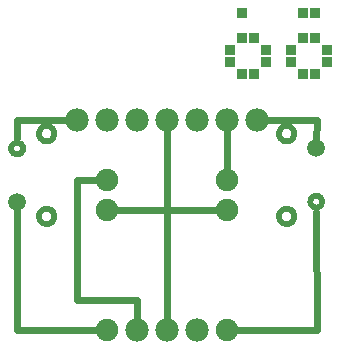
<source format=gtl>
G04 MADE WITH FRITZING*
G04 WWW.FRITZING.ORG*
G04 DOUBLE SIDED*
G04 HOLES PLATED*
G04 CONTOUR ON CENTER OF CONTOUR VECTOR*
%ASAXBY*%
%FSLAX23Y23*%
%MOIN*%
%OFA0B0*%
%SFA1.0B1.0*%
%ADD10C,0.078000*%
%ADD11C,0.059055*%
%ADD12C,0.075000*%
%ADD13R,0.032835X0.032835*%
%ADD14C,0.024000*%
%ADD15R,0.001000X0.001000*%
%LNCOPPER1*%
G90*
G70*
G54D10*
X690Y73D03*
X590Y73D03*
X490Y73D03*
G54D11*
X92Y500D03*
X1089Y678D03*
G54D12*
X390Y573D03*
X790Y573D03*
G54D10*
X890Y773D03*
X790Y773D03*
X690Y773D03*
X590Y773D03*
X490Y773D03*
X390Y773D03*
X290Y773D03*
G54D12*
X390Y473D03*
X390Y73D03*
X790Y473D03*
X790Y73D03*
G54D13*
X841Y1128D03*
X1044Y1128D03*
X1085Y1128D03*
X800Y965D03*
X800Y1006D03*
X841Y1047D03*
X882Y1047D03*
X922Y965D03*
X922Y1006D03*
X841Y925D03*
X882Y925D03*
X1004Y965D03*
X1004Y1006D03*
X1044Y1047D03*
X1085Y1047D03*
X1126Y965D03*
X1126Y1006D03*
X1044Y925D03*
X1085Y925D03*
G54D14*
X590Y474D02*
X590Y743D01*
D02*
X590Y474D02*
X590Y103D01*
D02*
X590Y474D02*
X762Y473D01*
D02*
X419Y473D02*
X590Y474D01*
D02*
X1090Y773D02*
X1089Y699D01*
D02*
X921Y773D02*
X1090Y773D01*
D02*
X1090Y73D02*
X819Y73D01*
D02*
X1089Y466D02*
X1090Y73D01*
D02*
X90Y73D02*
X362Y73D01*
D02*
X92Y479D02*
X90Y73D01*
D02*
X90Y773D02*
X260Y773D01*
D02*
X91Y712D02*
X90Y773D01*
D02*
X490Y173D02*
X291Y173D01*
D02*
X291Y173D02*
X291Y573D01*
D02*
X291Y573D02*
X362Y573D01*
D02*
X490Y103D02*
X490Y173D01*
D02*
X790Y602D02*
X790Y743D01*
G54D15*
X185Y762D02*
X195Y762D01*
X984Y762D02*
X995Y762D01*
X181Y761D02*
X199Y761D01*
X980Y761D02*
X999Y761D01*
X178Y760D02*
X202Y760D01*
X978Y760D02*
X1002Y760D01*
X175Y759D02*
X204Y759D01*
X975Y759D02*
X1004Y759D01*
X173Y758D02*
X206Y758D01*
X973Y758D02*
X1006Y758D01*
X172Y757D02*
X208Y757D01*
X972Y757D02*
X1008Y757D01*
X170Y756D02*
X210Y756D01*
X970Y756D02*
X1010Y756D01*
X169Y755D02*
X211Y755D01*
X969Y755D02*
X1011Y755D01*
X167Y754D02*
X212Y754D01*
X967Y754D02*
X1012Y754D01*
X166Y753D02*
X214Y753D01*
X966Y753D02*
X1014Y753D01*
X165Y752D02*
X215Y752D01*
X965Y752D02*
X1015Y752D01*
X164Y751D02*
X216Y751D01*
X964Y751D02*
X1015Y751D01*
X163Y750D02*
X216Y750D01*
X963Y750D02*
X1016Y750D01*
X163Y749D02*
X217Y749D01*
X963Y749D02*
X1017Y749D01*
X162Y748D02*
X218Y748D01*
X962Y748D02*
X1018Y748D01*
X161Y747D02*
X219Y747D01*
X961Y747D02*
X1019Y747D01*
X161Y746D02*
X219Y746D01*
X961Y746D02*
X1019Y746D01*
X160Y745D02*
X220Y745D01*
X960Y745D02*
X1020Y745D01*
X159Y744D02*
X220Y744D01*
X959Y744D02*
X1020Y744D01*
X159Y743D02*
X221Y743D01*
X959Y743D02*
X1021Y743D01*
X158Y742D02*
X184Y742D01*
X196Y742D02*
X221Y742D01*
X958Y742D02*
X984Y742D01*
X996Y742D02*
X1021Y742D01*
X158Y741D02*
X182Y741D01*
X198Y741D02*
X222Y741D01*
X958Y741D02*
X982Y741D01*
X998Y741D02*
X1022Y741D01*
X158Y740D02*
X180Y740D01*
X200Y740D02*
X222Y740D01*
X958Y740D02*
X980Y740D01*
X1000Y740D02*
X1022Y740D01*
X157Y739D02*
X179Y739D01*
X201Y739D02*
X223Y739D01*
X957Y739D02*
X979Y739D01*
X1001Y739D02*
X1023Y739D01*
X157Y738D02*
X178Y738D01*
X202Y738D02*
X223Y738D01*
X957Y738D02*
X978Y738D01*
X1002Y738D02*
X1023Y738D01*
X157Y737D02*
X177Y737D01*
X203Y737D02*
X223Y737D01*
X956Y737D02*
X977Y737D01*
X1003Y737D02*
X1023Y737D01*
X156Y736D02*
X176Y736D01*
X203Y736D02*
X224Y736D01*
X956Y736D02*
X976Y736D01*
X1003Y736D02*
X1023Y736D01*
X156Y735D02*
X176Y735D01*
X204Y735D02*
X224Y735D01*
X956Y735D02*
X976Y735D01*
X1004Y735D02*
X1024Y735D01*
X156Y734D02*
X175Y734D01*
X205Y734D02*
X224Y734D01*
X956Y734D02*
X975Y734D01*
X1005Y734D02*
X1024Y734D01*
X156Y733D02*
X175Y733D01*
X205Y733D02*
X224Y733D01*
X956Y733D02*
X975Y733D01*
X1005Y733D02*
X1024Y733D01*
X155Y732D02*
X174Y732D01*
X205Y732D02*
X224Y732D01*
X955Y732D02*
X974Y732D01*
X1005Y732D02*
X1024Y732D01*
X155Y731D02*
X174Y731D01*
X206Y731D02*
X225Y731D01*
X955Y731D02*
X974Y731D01*
X1006Y731D02*
X1025Y731D01*
X155Y730D02*
X174Y730D01*
X206Y730D02*
X225Y730D01*
X955Y730D02*
X974Y730D01*
X1006Y730D02*
X1025Y730D01*
X155Y729D02*
X174Y729D01*
X206Y729D02*
X225Y729D01*
X955Y729D02*
X974Y729D01*
X1006Y729D02*
X1025Y729D01*
X155Y728D02*
X174Y728D01*
X206Y728D02*
X225Y728D01*
X955Y728D02*
X974Y728D01*
X1006Y728D02*
X1025Y728D01*
X155Y727D02*
X174Y727D01*
X206Y727D02*
X225Y727D01*
X955Y727D02*
X974Y727D01*
X1006Y727D02*
X1025Y727D01*
X155Y726D02*
X174Y726D01*
X206Y726D02*
X225Y726D01*
X955Y726D02*
X974Y726D01*
X1006Y726D02*
X1025Y726D01*
X155Y725D02*
X174Y725D01*
X206Y725D02*
X225Y725D01*
X955Y725D02*
X974Y725D01*
X1006Y725D02*
X1025Y725D01*
X155Y724D02*
X174Y724D01*
X206Y724D02*
X225Y724D01*
X955Y724D02*
X974Y724D01*
X1006Y724D02*
X1025Y724D01*
X155Y723D02*
X174Y723D01*
X206Y723D02*
X225Y723D01*
X955Y723D02*
X974Y723D01*
X1006Y723D02*
X1024Y723D01*
X155Y722D02*
X174Y722D01*
X205Y722D02*
X224Y722D01*
X955Y722D02*
X974Y722D01*
X1005Y722D02*
X1024Y722D01*
X156Y721D02*
X175Y721D01*
X205Y721D02*
X224Y721D01*
X956Y721D02*
X975Y721D01*
X1005Y721D02*
X1024Y721D01*
X156Y720D02*
X175Y720D01*
X205Y720D02*
X224Y720D01*
X956Y720D02*
X975Y720D01*
X1004Y720D02*
X1024Y720D01*
X156Y719D02*
X176Y719D01*
X204Y719D02*
X224Y719D01*
X956Y719D02*
X976Y719D01*
X1004Y719D02*
X1024Y719D01*
X156Y718D02*
X177Y718D01*
X203Y718D02*
X223Y718D01*
X956Y718D02*
X977Y718D01*
X1003Y718D02*
X1023Y718D01*
X157Y717D02*
X177Y717D01*
X202Y717D02*
X223Y717D01*
X957Y717D02*
X977Y717D01*
X1002Y717D02*
X1023Y717D01*
X157Y716D02*
X178Y716D01*
X201Y716D02*
X223Y716D01*
X957Y716D02*
X978Y716D01*
X1001Y716D02*
X1023Y716D01*
X157Y715D02*
X179Y715D01*
X200Y715D02*
X222Y715D01*
X957Y715D02*
X979Y715D01*
X1000Y715D02*
X1022Y715D01*
X158Y714D02*
X181Y714D01*
X199Y714D02*
X222Y714D01*
X958Y714D02*
X981Y714D01*
X999Y714D02*
X1022Y714D01*
X158Y713D02*
X182Y713D01*
X198Y713D02*
X222Y713D01*
X958Y713D02*
X982Y713D01*
X997Y713D02*
X1022Y713D01*
X159Y712D02*
X185Y712D01*
X195Y712D02*
X221Y712D01*
X959Y712D02*
X985Y712D01*
X995Y712D02*
X1021Y712D01*
X159Y711D02*
X221Y711D01*
X959Y711D02*
X1021Y711D01*
X160Y710D02*
X220Y710D01*
X960Y710D02*
X1020Y710D01*
X160Y709D02*
X220Y709D01*
X960Y709D02*
X1020Y709D01*
X161Y708D02*
X219Y708D01*
X961Y708D02*
X1019Y708D01*
X87Y707D02*
X96Y707D01*
X161Y707D02*
X218Y707D01*
X961Y707D02*
X1018Y707D01*
X83Y706D02*
X100Y706D01*
X162Y706D02*
X218Y706D01*
X962Y706D02*
X1018Y706D01*
X81Y705D02*
X102Y705D01*
X163Y705D02*
X217Y705D01*
X963Y705D02*
X1017Y705D01*
X79Y704D02*
X104Y704D01*
X164Y704D02*
X216Y704D01*
X964Y704D02*
X1016Y704D01*
X77Y703D02*
X106Y703D01*
X165Y703D02*
X215Y703D01*
X965Y703D02*
X1015Y703D01*
X75Y702D02*
X108Y702D01*
X165Y702D02*
X214Y702D01*
X965Y702D02*
X1014Y702D01*
X74Y701D02*
X109Y701D01*
X167Y701D02*
X213Y701D01*
X967Y701D02*
X1013Y701D01*
X72Y700D02*
X111Y700D01*
X168Y700D02*
X212Y700D01*
X968Y700D02*
X1012Y700D01*
X71Y699D02*
X112Y699D01*
X169Y699D02*
X211Y699D01*
X969Y699D02*
X1011Y699D01*
X70Y698D02*
X113Y698D01*
X170Y698D02*
X209Y698D01*
X970Y698D02*
X1009Y698D01*
X70Y697D02*
X113Y697D01*
X172Y697D02*
X208Y697D01*
X972Y697D02*
X1008Y697D01*
X69Y696D02*
X114Y696D01*
X174Y696D02*
X206Y696D01*
X974Y696D02*
X1006Y696D01*
X68Y695D02*
X115Y695D01*
X176Y695D02*
X204Y695D01*
X976Y695D02*
X1004Y695D01*
X67Y694D02*
X116Y694D01*
X179Y694D02*
X201Y694D01*
X979Y694D02*
X1001Y694D01*
X67Y693D02*
X116Y693D01*
X182Y693D02*
X198Y693D01*
X982Y693D02*
X998Y693D01*
X66Y692D02*
X117Y692D01*
X186Y692D02*
X193Y692D01*
X987Y692D02*
X993Y692D01*
X66Y691D02*
X117Y691D01*
X65Y690D02*
X118Y690D01*
X65Y689D02*
X118Y689D01*
X64Y688D02*
X119Y688D01*
X64Y687D02*
X87Y687D01*
X96Y687D02*
X119Y687D01*
X64Y686D02*
X85Y686D01*
X98Y686D02*
X119Y686D01*
X63Y685D02*
X84Y685D01*
X99Y685D02*
X119Y685D01*
X63Y684D02*
X83Y684D01*
X100Y684D02*
X120Y684D01*
X63Y683D02*
X82Y683D01*
X101Y683D02*
X120Y683D01*
X63Y682D02*
X82Y682D01*
X101Y682D02*
X120Y682D01*
X63Y681D02*
X81Y681D01*
X102Y681D02*
X120Y681D01*
X63Y680D02*
X81Y680D01*
X102Y680D02*
X120Y680D01*
X63Y679D02*
X81Y679D01*
X102Y679D02*
X120Y679D01*
X62Y678D02*
X81Y678D01*
X102Y678D02*
X121Y678D01*
X63Y677D02*
X81Y677D01*
X102Y677D02*
X120Y677D01*
X63Y676D02*
X81Y676D01*
X102Y676D02*
X120Y676D01*
X63Y675D02*
X81Y675D01*
X102Y675D02*
X120Y675D01*
X63Y674D02*
X82Y674D01*
X101Y674D02*
X120Y674D01*
X63Y673D02*
X82Y673D01*
X101Y673D02*
X120Y673D01*
X63Y672D02*
X83Y672D01*
X100Y672D02*
X120Y672D01*
X63Y671D02*
X84Y671D01*
X99Y671D02*
X120Y671D01*
X64Y670D02*
X85Y670D01*
X98Y670D02*
X119Y670D01*
X64Y669D02*
X86Y669D01*
X97Y669D02*
X119Y669D01*
X64Y668D02*
X119Y668D01*
X65Y667D02*
X118Y667D01*
X65Y666D02*
X118Y666D01*
X66Y665D02*
X117Y665D01*
X66Y664D02*
X117Y664D01*
X67Y663D02*
X116Y663D01*
X67Y662D02*
X116Y662D01*
X68Y661D02*
X115Y661D01*
X69Y660D02*
X114Y660D01*
X69Y659D02*
X114Y659D01*
X70Y658D02*
X113Y658D01*
X71Y657D02*
X112Y657D01*
X72Y656D02*
X111Y656D01*
X73Y655D02*
X109Y655D01*
X75Y654D02*
X108Y654D01*
X76Y653D02*
X107Y653D01*
X78Y652D02*
X105Y652D01*
X80Y651D02*
X103Y651D01*
X83Y650D02*
X100Y650D01*
X87Y649D02*
X96Y649D01*
X1085Y530D02*
X1092Y530D01*
X1081Y529D02*
X1096Y529D01*
X1078Y528D02*
X1099Y528D01*
X1076Y527D02*
X1101Y527D01*
X1074Y526D02*
X1103Y526D01*
X1072Y525D02*
X1105Y525D01*
X1071Y524D02*
X1106Y524D01*
X1069Y523D02*
X1107Y523D01*
X1068Y522D02*
X1108Y522D01*
X1067Y521D02*
X1109Y521D01*
X1066Y520D02*
X1110Y520D01*
X1066Y519D02*
X1111Y519D01*
X1065Y518D02*
X1112Y518D01*
X1064Y517D02*
X1112Y517D01*
X1064Y516D02*
X1113Y516D01*
X1063Y515D02*
X1113Y515D01*
X1063Y514D02*
X1114Y514D01*
X1062Y513D02*
X1114Y513D01*
X1062Y512D02*
X1115Y512D01*
X1061Y511D02*
X1115Y511D01*
X1061Y510D02*
X1084Y510D01*
X1093Y510D02*
X1116Y510D01*
X1061Y509D02*
X1082Y509D01*
X1094Y509D02*
X1116Y509D01*
X1060Y508D02*
X1081Y508D01*
X1096Y508D02*
X1116Y508D01*
X1060Y507D02*
X1080Y507D01*
X1097Y507D02*
X1117Y507D01*
X1060Y506D02*
X1079Y506D01*
X1097Y506D02*
X1117Y506D01*
X1060Y505D02*
X1079Y505D01*
X1098Y505D02*
X1117Y505D01*
X1059Y504D02*
X1078Y504D01*
X1098Y504D02*
X1117Y504D01*
X1059Y503D02*
X1078Y503D01*
X1099Y503D02*
X1117Y503D01*
X1059Y502D02*
X1078Y502D01*
X1099Y502D02*
X1117Y502D01*
X1059Y501D02*
X1078Y501D01*
X1099Y501D02*
X1117Y501D01*
X1059Y500D02*
X1078Y500D01*
X1099Y500D02*
X1117Y500D01*
X1059Y499D02*
X1078Y499D01*
X1099Y499D02*
X1117Y499D01*
X1059Y498D02*
X1078Y498D01*
X1098Y498D02*
X1117Y498D01*
X1060Y497D02*
X1078Y497D01*
X1098Y497D02*
X1117Y497D01*
X1060Y496D02*
X1079Y496D01*
X1098Y496D02*
X1117Y496D01*
X1060Y495D02*
X1080Y495D01*
X1097Y495D02*
X1117Y495D01*
X1060Y494D02*
X1081Y494D01*
X1096Y494D02*
X1116Y494D01*
X1060Y493D02*
X1082Y493D01*
X1095Y493D02*
X1116Y493D01*
X1061Y492D02*
X1083Y492D01*
X1094Y492D02*
X1116Y492D01*
X1061Y491D02*
X1086Y491D01*
X1091Y491D02*
X1115Y491D01*
X1062Y490D02*
X1115Y490D01*
X1062Y489D02*
X1115Y489D01*
X1062Y488D02*
X1114Y488D01*
X990Y487D02*
X990Y487D01*
X1063Y487D02*
X1114Y487D01*
X183Y486D02*
X197Y486D01*
X982Y486D02*
X997Y486D01*
X1063Y486D02*
X1113Y486D01*
X179Y485D02*
X201Y485D01*
X979Y485D02*
X1001Y485D01*
X1064Y485D02*
X1113Y485D01*
X177Y484D02*
X203Y484D01*
X976Y484D02*
X1003Y484D01*
X1065Y484D02*
X1112Y484D01*
X175Y483D02*
X205Y483D01*
X974Y483D02*
X1005Y483D01*
X1065Y483D02*
X1111Y483D01*
X173Y482D02*
X207Y482D01*
X972Y482D02*
X1007Y482D01*
X1066Y482D02*
X1110Y482D01*
X171Y481D02*
X209Y481D01*
X971Y481D02*
X1009Y481D01*
X1067Y481D02*
X1110Y481D01*
X169Y480D02*
X210Y480D01*
X969Y480D02*
X1010Y480D01*
X1068Y480D02*
X1109Y480D01*
X168Y479D02*
X212Y479D01*
X968Y479D02*
X1012Y479D01*
X1069Y479D02*
X1108Y479D01*
X167Y478D02*
X213Y478D01*
X967Y478D02*
X1013Y478D01*
X1070Y478D02*
X1106Y478D01*
X166Y477D02*
X214Y477D01*
X966Y477D02*
X1014Y477D01*
X1071Y477D02*
X1105Y477D01*
X165Y476D02*
X215Y476D01*
X965Y476D02*
X1015Y476D01*
X1073Y476D02*
X1103Y476D01*
X164Y475D02*
X216Y475D01*
X964Y475D02*
X1016Y475D01*
X1075Y475D02*
X1102Y475D01*
X163Y474D02*
X217Y474D01*
X963Y474D02*
X1017Y474D01*
X1077Y474D02*
X1100Y474D01*
X162Y473D02*
X217Y473D01*
X962Y473D02*
X1017Y473D01*
X1079Y473D02*
X1097Y473D01*
X162Y472D02*
X218Y472D01*
X961Y472D02*
X1018Y472D01*
X1083Y472D02*
X1094Y472D01*
X161Y471D02*
X219Y471D01*
X961Y471D02*
X1019Y471D01*
X160Y470D02*
X219Y470D01*
X960Y470D02*
X1019Y470D01*
X160Y469D02*
X220Y469D01*
X960Y469D02*
X1020Y469D01*
X159Y468D02*
X221Y468D01*
X959Y468D02*
X1021Y468D01*
X159Y467D02*
X186Y467D01*
X194Y467D02*
X221Y467D01*
X959Y467D02*
X986Y467D01*
X994Y467D02*
X1021Y467D01*
X158Y466D02*
X183Y466D01*
X197Y466D02*
X222Y466D01*
X958Y466D02*
X983Y466D01*
X997Y466D02*
X1021Y466D01*
X158Y465D02*
X181Y465D01*
X199Y465D02*
X222Y465D01*
X958Y465D02*
X981Y465D01*
X999Y465D02*
X1022Y465D01*
X157Y464D02*
X180Y464D01*
X200Y464D02*
X222Y464D01*
X957Y464D02*
X980Y464D01*
X1000Y464D02*
X1022Y464D01*
X157Y463D02*
X179Y463D01*
X201Y463D02*
X223Y463D01*
X957Y463D02*
X979Y463D01*
X1001Y463D02*
X1023Y463D01*
X157Y462D02*
X178Y462D01*
X202Y462D02*
X223Y462D01*
X957Y462D02*
X978Y462D01*
X1002Y462D02*
X1023Y462D01*
X156Y461D02*
X177Y461D01*
X203Y461D02*
X223Y461D01*
X956Y461D02*
X977Y461D01*
X1003Y461D02*
X1023Y461D01*
X156Y460D02*
X176Y460D01*
X204Y460D02*
X224Y460D01*
X956Y460D02*
X976Y460D01*
X1004Y460D02*
X1024Y460D01*
X156Y459D02*
X175Y459D01*
X204Y459D02*
X224Y459D01*
X956Y459D02*
X975Y459D01*
X1004Y459D02*
X1024Y459D01*
X156Y458D02*
X175Y458D01*
X205Y458D02*
X224Y458D01*
X956Y458D02*
X975Y458D01*
X1005Y458D02*
X1024Y458D01*
X156Y457D02*
X175Y457D01*
X205Y457D02*
X224Y457D01*
X955Y457D02*
X974Y457D01*
X1005Y457D02*
X1024Y457D01*
X155Y456D02*
X174Y456D01*
X206Y456D02*
X224Y456D01*
X955Y456D02*
X974Y456D01*
X1006Y456D02*
X1024Y456D01*
X155Y455D02*
X174Y455D01*
X206Y455D02*
X225Y455D01*
X955Y455D02*
X974Y455D01*
X1006Y455D02*
X1025Y455D01*
X155Y454D02*
X174Y454D01*
X206Y454D02*
X225Y454D01*
X955Y454D02*
X974Y454D01*
X1006Y454D02*
X1025Y454D01*
X155Y453D02*
X174Y453D01*
X206Y453D02*
X225Y453D01*
X955Y453D02*
X974Y453D01*
X1006Y453D02*
X1025Y453D01*
X155Y452D02*
X174Y452D01*
X206Y452D02*
X225Y452D01*
X955Y452D02*
X974Y452D01*
X1006Y452D02*
X1025Y452D01*
X155Y451D02*
X174Y451D01*
X206Y451D02*
X225Y451D01*
X955Y451D02*
X974Y451D01*
X1006Y451D02*
X1025Y451D01*
X155Y450D02*
X174Y450D01*
X206Y450D02*
X225Y450D01*
X955Y450D02*
X974Y450D01*
X1006Y450D02*
X1025Y450D01*
X155Y449D02*
X174Y449D01*
X206Y449D02*
X225Y449D01*
X955Y449D02*
X974Y449D01*
X1006Y449D02*
X1025Y449D01*
X155Y448D02*
X174Y448D01*
X206Y448D02*
X225Y448D01*
X955Y448D02*
X974Y448D01*
X1006Y448D02*
X1025Y448D01*
X155Y447D02*
X174Y447D01*
X206Y447D02*
X224Y447D01*
X955Y447D02*
X974Y447D01*
X1005Y447D02*
X1024Y447D01*
X156Y446D02*
X175Y446D01*
X205Y446D02*
X224Y446D01*
X955Y446D02*
X974Y446D01*
X1005Y446D02*
X1024Y446D01*
X156Y445D02*
X175Y445D01*
X205Y445D02*
X224Y445D01*
X956Y445D02*
X975Y445D01*
X1005Y445D02*
X1024Y445D01*
X156Y444D02*
X176Y444D01*
X204Y444D02*
X224Y444D01*
X956Y444D02*
X975Y444D01*
X1004Y444D02*
X1024Y444D01*
X156Y443D02*
X176Y443D01*
X204Y443D02*
X224Y443D01*
X956Y443D02*
X976Y443D01*
X1004Y443D02*
X1024Y443D01*
X156Y442D02*
X177Y442D01*
X203Y442D02*
X223Y442D01*
X956Y442D02*
X977Y442D01*
X1003Y442D02*
X1023Y442D01*
X157Y441D02*
X178Y441D01*
X202Y441D02*
X223Y441D01*
X957Y441D02*
X978Y441D01*
X1002Y441D02*
X1023Y441D01*
X157Y440D02*
X179Y440D01*
X201Y440D02*
X223Y440D01*
X957Y440D02*
X979Y440D01*
X1001Y440D02*
X1023Y440D01*
X158Y439D02*
X180Y439D01*
X200Y439D02*
X222Y439D01*
X957Y439D02*
X980Y439D01*
X1000Y439D02*
X1022Y439D01*
X158Y438D02*
X181Y438D01*
X199Y438D02*
X222Y438D01*
X958Y438D02*
X981Y438D01*
X998Y438D02*
X1022Y438D01*
X158Y437D02*
X183Y437D01*
X197Y437D02*
X221Y437D01*
X958Y437D02*
X983Y437D01*
X997Y437D02*
X1021Y437D01*
X159Y436D02*
X187Y436D01*
X192Y436D02*
X221Y436D01*
X959Y436D02*
X988Y436D01*
X992Y436D02*
X1021Y436D01*
X159Y435D02*
X221Y435D01*
X959Y435D02*
X1020Y435D01*
X160Y434D02*
X220Y434D01*
X960Y434D02*
X1020Y434D01*
X160Y433D02*
X219Y433D01*
X960Y433D02*
X1019Y433D01*
X161Y432D02*
X219Y432D01*
X961Y432D02*
X1019Y432D01*
X162Y431D02*
X218Y431D01*
X962Y431D02*
X1018Y431D01*
X162Y430D02*
X217Y430D01*
X962Y430D02*
X1017Y430D01*
X163Y429D02*
X217Y429D01*
X963Y429D02*
X1017Y429D01*
X164Y428D02*
X216Y428D01*
X964Y428D02*
X1016Y428D01*
X165Y427D02*
X215Y427D01*
X965Y427D02*
X1015Y427D01*
X166Y426D02*
X214Y426D01*
X966Y426D02*
X1014Y426D01*
X167Y425D02*
X213Y425D01*
X967Y425D02*
X1013Y425D01*
X168Y424D02*
X212Y424D01*
X968Y424D02*
X1011Y424D01*
X170Y423D02*
X210Y423D01*
X970Y423D02*
X1010Y423D01*
X171Y422D02*
X209Y422D01*
X971Y422D02*
X1009Y422D01*
X173Y421D02*
X207Y421D01*
X973Y421D02*
X1007Y421D01*
X175Y420D02*
X205Y420D01*
X975Y420D02*
X1005Y420D01*
X177Y419D02*
X203Y419D01*
X977Y419D02*
X1003Y419D01*
X180Y418D02*
X200Y418D01*
X980Y418D02*
X1000Y418D01*
X183Y417D02*
X197Y417D01*
X983Y417D02*
X996Y417D01*
D02*
G04 End of Copper1*
M02*
</source>
